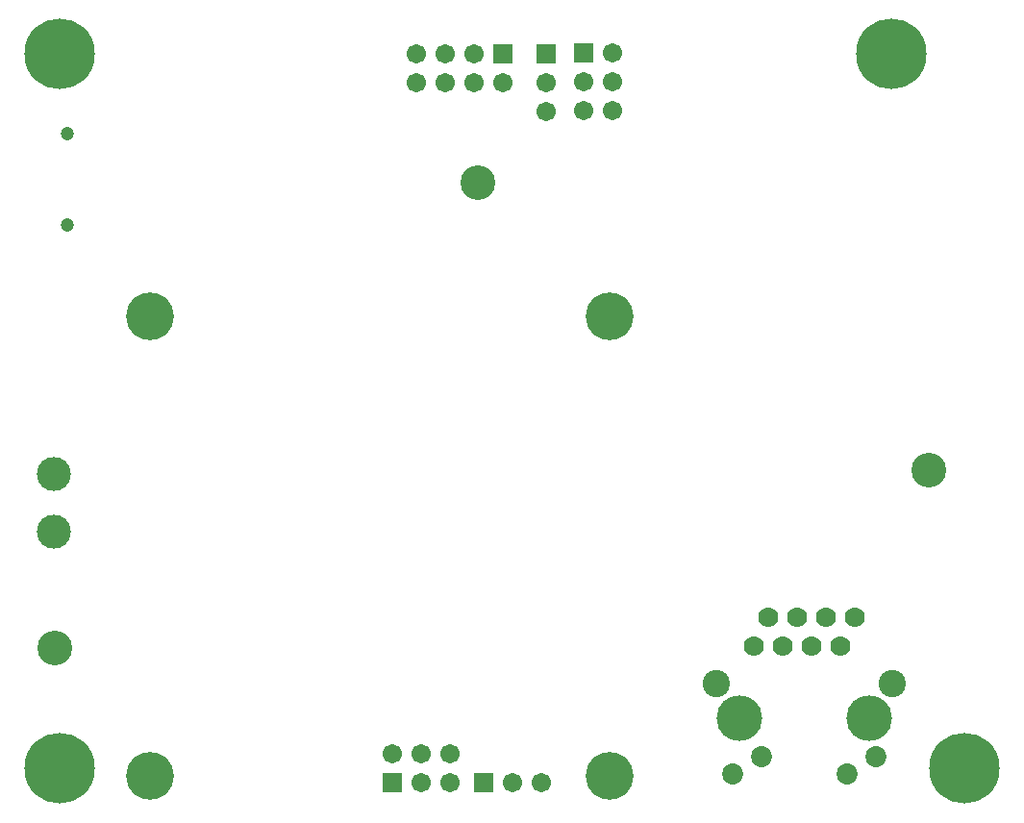
<source format=gbs>
G04 Layer_Color=16711935*
%FSTAX24Y24*%
%MOIN*%
G70*
G01*
G75*
%ADD88R,0.0671X0.0671*%
%ADD104C,0.1200*%
%ADD114C,0.2442*%
%ADD115C,0.1655*%
%ADD116C,0.0700*%
%ADD117C,0.0946*%
%ADD118C,0.0730*%
%ADD119C,0.1580*%
%ADD120C,0.0671*%
%ADD121R,0.0671X0.0671*%
%ADD122C,0.1180*%
%ADD123C,0.0474*%
D88*
X424337Y360222D02*
D03*
X427507Y360242D02*
D03*
X428177Y385502D02*
D03*
D104*
X442917Y371052D02*
D03*
X412637Y364892D02*
D03*
X427297Y381042D02*
D03*
D114*
X412795Y360728D02*
D03*
Y385482D02*
D03*
X444167Y360732D02*
D03*
X441637Y385482D02*
D03*
D115*
X415925Y360453D02*
D03*
X43187D02*
D03*
Y376398D02*
D03*
X415925D02*
D03*
D116*
X440357Y365962D02*
D03*
X439357D02*
D03*
X438357D02*
D03*
X437357D02*
D03*
X439857Y364962D02*
D03*
X438857D02*
D03*
X437857D02*
D03*
X436857D02*
D03*
D117*
X441668Y363663D02*
D03*
X435546D02*
D03*
D118*
X436117Y360533D02*
D03*
X437117Y361131D02*
D03*
X441097D02*
D03*
X440097Y360533D02*
D03*
D119*
X436357Y362462D02*
D03*
X440857D02*
D03*
D120*
X424337Y361222D02*
D03*
X425337Y360222D02*
D03*
Y361222D02*
D03*
X426337Y360222D02*
D03*
Y361222D02*
D03*
X431967Y383512D02*
D03*
X430967D02*
D03*
X431967Y384512D02*
D03*
X430967D02*
D03*
X431967Y385512D02*
D03*
X429507Y360242D02*
D03*
X428507D02*
D03*
X428177Y384502D02*
D03*
X427177Y385502D02*
D03*
Y384502D02*
D03*
X426177Y385502D02*
D03*
Y384502D02*
D03*
X425177Y385502D02*
D03*
Y384502D02*
D03*
X429657D02*
D03*
Y383502D02*
D03*
D121*
X430967Y385512D02*
D03*
X429657Y385502D02*
D03*
D122*
X412607Y368942D02*
D03*
Y370942D02*
D03*
D123*
X41307Y382722D02*
D03*
Y379572D02*
D03*
M02*

</source>
